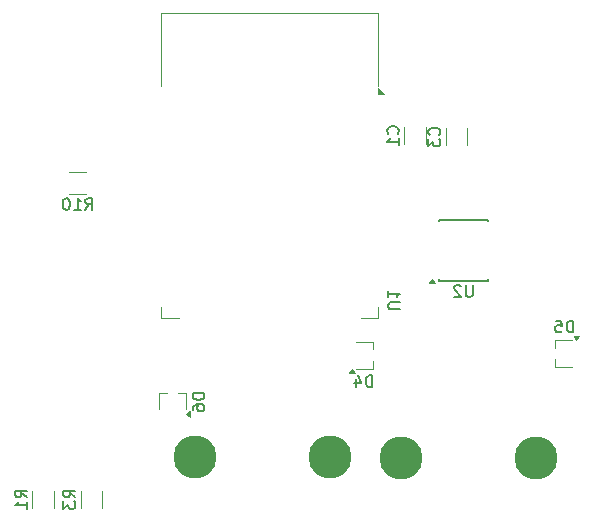
<source format=gbr>
%TF.GenerationSoftware,KiCad,Pcbnew,9.0.4*%
%TF.CreationDate,2025-09-12T08:49:21+02:00*%
%TF.ProjectId,inverter comms,696e7665-7274-4657-9220-636f6d6d732e,rev?*%
%TF.SameCoordinates,Original*%
%TF.FileFunction,Legend,Bot*%
%TF.FilePolarity,Positive*%
%FSLAX46Y46*%
G04 Gerber Fmt 4.6, Leading zero omitted, Abs format (unit mm)*
G04 Created by KiCad (PCBNEW 9.0.4) date 2025-09-12 08:49:21*
%MOMM*%
%LPD*%
G01*
G04 APERTURE LIST*
%ADD10C,0.150000*%
%ADD11C,0.120000*%
%ADD12C,3.650000*%
G04 APERTURE END LIST*
D10*
X147532680Y-84491904D02*
X146723157Y-84491904D01*
X146723157Y-84491904D02*
X146627919Y-84444285D01*
X146627919Y-84444285D02*
X146580300Y-84396666D01*
X146580300Y-84396666D02*
X146532680Y-84301428D01*
X146532680Y-84301428D02*
X146532680Y-84110952D01*
X146532680Y-84110952D02*
X146580300Y-84015714D01*
X146580300Y-84015714D02*
X146627919Y-83968095D01*
X146627919Y-83968095D02*
X146723157Y-83920476D01*
X146723157Y-83920476D02*
X147532680Y-83920476D01*
X146532680Y-82920476D02*
X146532680Y-83491904D01*
X146532680Y-83206190D02*
X147532680Y-83206190D01*
X147532680Y-83206190D02*
X147389823Y-83301428D01*
X147389823Y-83301428D02*
X147294585Y-83396666D01*
X147294585Y-83396666D02*
X147246966Y-83491904D01*
X153661904Y-82454819D02*
X153661904Y-83264342D01*
X153661904Y-83264342D02*
X153614285Y-83359580D01*
X153614285Y-83359580D02*
X153566666Y-83407200D01*
X153566666Y-83407200D02*
X153471428Y-83454819D01*
X153471428Y-83454819D02*
X153280952Y-83454819D01*
X153280952Y-83454819D02*
X153185714Y-83407200D01*
X153185714Y-83407200D02*
X153138095Y-83359580D01*
X153138095Y-83359580D02*
X153090476Y-83264342D01*
X153090476Y-83264342D02*
X153090476Y-82454819D01*
X152661904Y-82550057D02*
X152614285Y-82502438D01*
X152614285Y-82502438D02*
X152519047Y-82454819D01*
X152519047Y-82454819D02*
X152280952Y-82454819D01*
X152280952Y-82454819D02*
X152185714Y-82502438D01*
X152185714Y-82502438D02*
X152138095Y-82550057D01*
X152138095Y-82550057D02*
X152090476Y-82645295D01*
X152090476Y-82645295D02*
X152090476Y-82740533D01*
X152090476Y-82740533D02*
X152138095Y-82883390D01*
X152138095Y-82883390D02*
X152709523Y-83454819D01*
X152709523Y-83454819D02*
X152090476Y-83454819D01*
X120024819Y-100433333D02*
X119548628Y-100100000D01*
X120024819Y-99861905D02*
X119024819Y-99861905D01*
X119024819Y-99861905D02*
X119024819Y-100242857D01*
X119024819Y-100242857D02*
X119072438Y-100338095D01*
X119072438Y-100338095D02*
X119120057Y-100385714D01*
X119120057Y-100385714D02*
X119215295Y-100433333D01*
X119215295Y-100433333D02*
X119358152Y-100433333D01*
X119358152Y-100433333D02*
X119453390Y-100385714D01*
X119453390Y-100385714D02*
X119501009Y-100338095D01*
X119501009Y-100338095D02*
X119548628Y-100242857D01*
X119548628Y-100242857D02*
X119548628Y-99861905D01*
X119024819Y-100766667D02*
X119024819Y-101385714D01*
X119024819Y-101385714D02*
X119405771Y-101052381D01*
X119405771Y-101052381D02*
X119405771Y-101195238D01*
X119405771Y-101195238D02*
X119453390Y-101290476D01*
X119453390Y-101290476D02*
X119501009Y-101338095D01*
X119501009Y-101338095D02*
X119596247Y-101385714D01*
X119596247Y-101385714D02*
X119834342Y-101385714D01*
X119834342Y-101385714D02*
X119929580Y-101338095D01*
X119929580Y-101338095D02*
X119977200Y-101290476D01*
X119977200Y-101290476D02*
X120024819Y-101195238D01*
X120024819Y-101195238D02*
X120024819Y-100909524D01*
X120024819Y-100909524D02*
X119977200Y-100814286D01*
X119977200Y-100814286D02*
X119929580Y-100766667D01*
X147329580Y-69633333D02*
X147377200Y-69585714D01*
X147377200Y-69585714D02*
X147424819Y-69442857D01*
X147424819Y-69442857D02*
X147424819Y-69347619D01*
X147424819Y-69347619D02*
X147377200Y-69204762D01*
X147377200Y-69204762D02*
X147281961Y-69109524D01*
X147281961Y-69109524D02*
X147186723Y-69061905D01*
X147186723Y-69061905D02*
X146996247Y-69014286D01*
X146996247Y-69014286D02*
X146853390Y-69014286D01*
X146853390Y-69014286D02*
X146662914Y-69061905D01*
X146662914Y-69061905D02*
X146567676Y-69109524D01*
X146567676Y-69109524D02*
X146472438Y-69204762D01*
X146472438Y-69204762D02*
X146424819Y-69347619D01*
X146424819Y-69347619D02*
X146424819Y-69442857D01*
X146424819Y-69442857D02*
X146472438Y-69585714D01*
X146472438Y-69585714D02*
X146520057Y-69633333D01*
X147424819Y-70585714D02*
X147424819Y-70014286D01*
X147424819Y-70300000D02*
X146424819Y-70300000D01*
X146424819Y-70300000D02*
X146567676Y-70204762D01*
X146567676Y-70204762D02*
X146662914Y-70109524D01*
X146662914Y-70109524D02*
X146710533Y-70014286D01*
X115924819Y-100433333D02*
X115448628Y-100100000D01*
X115924819Y-99861905D02*
X114924819Y-99861905D01*
X114924819Y-99861905D02*
X114924819Y-100242857D01*
X114924819Y-100242857D02*
X114972438Y-100338095D01*
X114972438Y-100338095D02*
X115020057Y-100385714D01*
X115020057Y-100385714D02*
X115115295Y-100433333D01*
X115115295Y-100433333D02*
X115258152Y-100433333D01*
X115258152Y-100433333D02*
X115353390Y-100385714D01*
X115353390Y-100385714D02*
X115401009Y-100338095D01*
X115401009Y-100338095D02*
X115448628Y-100242857D01*
X115448628Y-100242857D02*
X115448628Y-99861905D01*
X115924819Y-101385714D02*
X115924819Y-100814286D01*
X115924819Y-101100000D02*
X114924819Y-101100000D01*
X114924819Y-101100000D02*
X115067676Y-101004762D01*
X115067676Y-101004762D02*
X115162914Y-100909524D01*
X115162914Y-100909524D02*
X115210533Y-100814286D01*
X145188094Y-91104819D02*
X145188094Y-90104819D01*
X145188094Y-90104819D02*
X144949999Y-90104819D01*
X144949999Y-90104819D02*
X144807142Y-90152438D01*
X144807142Y-90152438D02*
X144711904Y-90247676D01*
X144711904Y-90247676D02*
X144664285Y-90342914D01*
X144664285Y-90342914D02*
X144616666Y-90533390D01*
X144616666Y-90533390D02*
X144616666Y-90676247D01*
X144616666Y-90676247D02*
X144664285Y-90866723D01*
X144664285Y-90866723D02*
X144711904Y-90961961D01*
X144711904Y-90961961D02*
X144807142Y-91057200D01*
X144807142Y-91057200D02*
X144949999Y-91104819D01*
X144949999Y-91104819D02*
X145188094Y-91104819D01*
X143759523Y-90438152D02*
X143759523Y-91104819D01*
X143997618Y-90057200D02*
X144235713Y-90771485D01*
X144235713Y-90771485D02*
X143616666Y-90771485D01*
X130954819Y-91611905D02*
X129954819Y-91611905D01*
X129954819Y-91611905D02*
X129954819Y-91850000D01*
X129954819Y-91850000D02*
X130002438Y-91992857D01*
X130002438Y-91992857D02*
X130097676Y-92088095D01*
X130097676Y-92088095D02*
X130192914Y-92135714D01*
X130192914Y-92135714D02*
X130383390Y-92183333D01*
X130383390Y-92183333D02*
X130526247Y-92183333D01*
X130526247Y-92183333D02*
X130716723Y-92135714D01*
X130716723Y-92135714D02*
X130811961Y-92088095D01*
X130811961Y-92088095D02*
X130907200Y-91992857D01*
X130907200Y-91992857D02*
X130954819Y-91850000D01*
X130954819Y-91850000D02*
X130954819Y-91611905D01*
X129954819Y-93040476D02*
X129954819Y-92850000D01*
X129954819Y-92850000D02*
X130002438Y-92754762D01*
X130002438Y-92754762D02*
X130050057Y-92707143D01*
X130050057Y-92707143D02*
X130192914Y-92611905D01*
X130192914Y-92611905D02*
X130383390Y-92564286D01*
X130383390Y-92564286D02*
X130764342Y-92564286D01*
X130764342Y-92564286D02*
X130859580Y-92611905D01*
X130859580Y-92611905D02*
X130907200Y-92659524D01*
X130907200Y-92659524D02*
X130954819Y-92754762D01*
X130954819Y-92754762D02*
X130954819Y-92945238D01*
X130954819Y-92945238D02*
X130907200Y-93040476D01*
X130907200Y-93040476D02*
X130859580Y-93088095D01*
X130859580Y-93088095D02*
X130764342Y-93135714D01*
X130764342Y-93135714D02*
X130526247Y-93135714D01*
X130526247Y-93135714D02*
X130431009Y-93088095D01*
X130431009Y-93088095D02*
X130383390Y-93040476D01*
X130383390Y-93040476D02*
X130335771Y-92945238D01*
X130335771Y-92945238D02*
X130335771Y-92754762D01*
X130335771Y-92754762D02*
X130383390Y-92659524D01*
X130383390Y-92659524D02*
X130431009Y-92611905D01*
X130431009Y-92611905D02*
X130526247Y-92564286D01*
X162188094Y-86454819D02*
X162188094Y-85454819D01*
X162188094Y-85454819D02*
X161949999Y-85454819D01*
X161949999Y-85454819D02*
X161807142Y-85502438D01*
X161807142Y-85502438D02*
X161711904Y-85597676D01*
X161711904Y-85597676D02*
X161664285Y-85692914D01*
X161664285Y-85692914D02*
X161616666Y-85883390D01*
X161616666Y-85883390D02*
X161616666Y-86026247D01*
X161616666Y-86026247D02*
X161664285Y-86216723D01*
X161664285Y-86216723D02*
X161711904Y-86311961D01*
X161711904Y-86311961D02*
X161807142Y-86407200D01*
X161807142Y-86407200D02*
X161949999Y-86454819D01*
X161949999Y-86454819D02*
X162188094Y-86454819D01*
X160711904Y-85454819D02*
X161188094Y-85454819D01*
X161188094Y-85454819D02*
X161235713Y-85931009D01*
X161235713Y-85931009D02*
X161188094Y-85883390D01*
X161188094Y-85883390D02*
X161092856Y-85835771D01*
X161092856Y-85835771D02*
X160854761Y-85835771D01*
X160854761Y-85835771D02*
X160759523Y-85883390D01*
X160759523Y-85883390D02*
X160711904Y-85931009D01*
X160711904Y-85931009D02*
X160664285Y-86026247D01*
X160664285Y-86026247D02*
X160664285Y-86264342D01*
X160664285Y-86264342D02*
X160711904Y-86359580D01*
X160711904Y-86359580D02*
X160759523Y-86407200D01*
X160759523Y-86407200D02*
X160854761Y-86454819D01*
X160854761Y-86454819D02*
X161092856Y-86454819D01*
X161092856Y-86454819D02*
X161188094Y-86407200D01*
X161188094Y-86407200D02*
X161235713Y-86359580D01*
X150829580Y-69733333D02*
X150877200Y-69685714D01*
X150877200Y-69685714D02*
X150924819Y-69542857D01*
X150924819Y-69542857D02*
X150924819Y-69447619D01*
X150924819Y-69447619D02*
X150877200Y-69304762D01*
X150877200Y-69304762D02*
X150781961Y-69209524D01*
X150781961Y-69209524D02*
X150686723Y-69161905D01*
X150686723Y-69161905D02*
X150496247Y-69114286D01*
X150496247Y-69114286D02*
X150353390Y-69114286D01*
X150353390Y-69114286D02*
X150162914Y-69161905D01*
X150162914Y-69161905D02*
X150067676Y-69209524D01*
X150067676Y-69209524D02*
X149972438Y-69304762D01*
X149972438Y-69304762D02*
X149924819Y-69447619D01*
X149924819Y-69447619D02*
X149924819Y-69542857D01*
X149924819Y-69542857D02*
X149972438Y-69685714D01*
X149972438Y-69685714D02*
X150020057Y-69733333D01*
X149924819Y-70066667D02*
X149924819Y-70685714D01*
X149924819Y-70685714D02*
X150305771Y-70352381D01*
X150305771Y-70352381D02*
X150305771Y-70495238D01*
X150305771Y-70495238D02*
X150353390Y-70590476D01*
X150353390Y-70590476D02*
X150401009Y-70638095D01*
X150401009Y-70638095D02*
X150496247Y-70685714D01*
X150496247Y-70685714D02*
X150734342Y-70685714D01*
X150734342Y-70685714D02*
X150829580Y-70638095D01*
X150829580Y-70638095D02*
X150877200Y-70590476D01*
X150877200Y-70590476D02*
X150924819Y-70495238D01*
X150924819Y-70495238D02*
X150924819Y-70209524D01*
X150924819Y-70209524D02*
X150877200Y-70114286D01*
X150877200Y-70114286D02*
X150829580Y-70066667D01*
X120880357Y-76084819D02*
X121213690Y-75608628D01*
X121451785Y-76084819D02*
X121451785Y-75084819D01*
X121451785Y-75084819D02*
X121070833Y-75084819D01*
X121070833Y-75084819D02*
X120975595Y-75132438D01*
X120975595Y-75132438D02*
X120927976Y-75180057D01*
X120927976Y-75180057D02*
X120880357Y-75275295D01*
X120880357Y-75275295D02*
X120880357Y-75418152D01*
X120880357Y-75418152D02*
X120927976Y-75513390D01*
X120927976Y-75513390D02*
X120975595Y-75561009D01*
X120975595Y-75561009D02*
X121070833Y-75608628D01*
X121070833Y-75608628D02*
X121451785Y-75608628D01*
X119927976Y-76084819D02*
X120499404Y-76084819D01*
X120213690Y-76084819D02*
X120213690Y-75084819D01*
X120213690Y-75084819D02*
X120308928Y-75227676D01*
X120308928Y-75227676D02*
X120404166Y-75322914D01*
X120404166Y-75322914D02*
X120499404Y-75370533D01*
X119308928Y-75084819D02*
X119213690Y-75084819D01*
X119213690Y-75084819D02*
X119118452Y-75132438D01*
X119118452Y-75132438D02*
X119070833Y-75180057D01*
X119070833Y-75180057D02*
X119023214Y-75275295D01*
X119023214Y-75275295D02*
X118975595Y-75465771D01*
X118975595Y-75465771D02*
X118975595Y-75703866D01*
X118975595Y-75703866D02*
X119023214Y-75894342D01*
X119023214Y-75894342D02*
X119070833Y-75989580D01*
X119070833Y-75989580D02*
X119118452Y-76037200D01*
X119118452Y-76037200D02*
X119213690Y-76084819D01*
X119213690Y-76084819D02*
X119308928Y-76084819D01*
X119308928Y-76084819D02*
X119404166Y-76037200D01*
X119404166Y-76037200D02*
X119451785Y-75989580D01*
X119451785Y-75989580D02*
X119499404Y-75894342D01*
X119499404Y-75894342D02*
X119547023Y-75703866D01*
X119547023Y-75703866D02*
X119547023Y-75465771D01*
X119547023Y-75465771D02*
X119499404Y-75275295D01*
X119499404Y-75275295D02*
X119451785Y-75180057D01*
X119451785Y-75180057D02*
X119404166Y-75132438D01*
X119404166Y-75132438D02*
X119308928Y-75084819D01*
D11*
%TO.C,U1*%
X127287500Y-59430000D02*
X127287500Y-65630000D01*
X127287500Y-85280000D02*
X127287500Y-84280000D01*
X127287500Y-85280000D02*
X128787500Y-85280000D01*
X145687500Y-59430000D02*
X127287500Y-59430000D01*
X145687500Y-59430000D02*
X145687500Y-65630000D01*
X145687500Y-84280000D02*
X145687500Y-85280000D01*
X145687500Y-85280000D02*
X144187500Y-85280000D01*
X146187500Y-66305000D02*
X145687500Y-66305000D01*
X145687500Y-65805000D01*
X146187500Y-66305000D01*
G36*
X146187500Y-66305000D02*
G01*
X145687500Y-66305000D01*
X145687500Y-65805000D01*
X146187500Y-66305000D01*
G37*
D10*
%TO.C,U2*%
X150825000Y-76925000D02*
X154975000Y-76925000D01*
X150825000Y-77025000D02*
X150825000Y-76925000D01*
X150825000Y-82075000D02*
X150825000Y-81975000D01*
X150825000Y-82075000D02*
X154975000Y-82075000D01*
X154975000Y-76925000D02*
X154975000Y-77025000D01*
X154975000Y-82075000D02*
X154975000Y-81975000D01*
D11*
X150465000Y-82305000D02*
X149985000Y-82305000D01*
X150225000Y-81975000D01*
X150465000Y-82305000D01*
G36*
X150465000Y-82305000D02*
G01*
X149985000Y-82305000D01*
X150225000Y-81975000D01*
X150465000Y-82305000D01*
G37*
%TO.C,R3*%
X120490000Y-99872936D02*
X120490000Y-101327064D01*
X122310000Y-99872936D02*
X122310000Y-101327064D01*
%TO.C,C1*%
X147890000Y-69072936D02*
X147890000Y-70527064D01*
X149710000Y-69072936D02*
X149710000Y-70527064D01*
%TO.C,R1*%
X116390000Y-99872936D02*
X116390000Y-101327064D01*
X118210000Y-99872936D02*
X118210000Y-101327064D01*
%TO.C,D4*%
X143820000Y-87240000D02*
X145230000Y-87240000D01*
X143820000Y-89560000D02*
X145230000Y-89560000D01*
X145230000Y-87900000D02*
X145230000Y-87240000D01*
X145230000Y-89560000D02*
X145230000Y-88900000D01*
X143690000Y-89870000D02*
X143210000Y-89870000D01*
X143450000Y-89540000D01*
X143690000Y-89870000D01*
G36*
X143690000Y-89870000D02*
G01*
X143210000Y-89870000D01*
X143450000Y-89540000D01*
X143690000Y-89870000D01*
G37*
%TO.C,D6*%
X127090000Y-92980000D02*
X127090000Y-91570000D01*
X127750000Y-91570000D02*
X127090000Y-91570000D01*
X129410000Y-91570000D02*
X128750000Y-91570000D01*
X129410000Y-92980000D02*
X129410000Y-91570000D01*
X129720000Y-93590000D02*
X129390000Y-93350000D01*
X129720000Y-93110000D01*
X129720000Y-93590000D01*
G36*
X129720000Y-93590000D02*
G01*
X129390000Y-93350000D01*
X129720000Y-93110000D01*
X129720000Y-93590000D01*
G37*
%TO.C,D5*%
X160670000Y-87090000D02*
X160670000Y-87750000D01*
X160670000Y-88750000D02*
X160670000Y-89410000D01*
X162080000Y-87090000D02*
X160670000Y-87090000D01*
X162080000Y-89410000D02*
X160670000Y-89410000D01*
X162450000Y-87110000D02*
X162210000Y-86780000D01*
X162690000Y-86780000D01*
X162450000Y-87110000D01*
G36*
X162450000Y-87110000D02*
G01*
X162210000Y-86780000D01*
X162690000Y-86780000D01*
X162450000Y-87110000D01*
G37*
%TO.C,C3*%
X151390000Y-69172936D02*
X151390000Y-70627064D01*
X153210000Y-69172936D02*
X153210000Y-70627064D01*
%TO.C,R10*%
X119510436Y-72890000D02*
X120964564Y-72890000D01*
X119510436Y-74710000D02*
X120964564Y-74710000D01*
%TD*%
D12*
%TO.C,J1*%
X147600000Y-97100000D03*
X159030000Y-97100000D03*
%TD*%
%TO.C,J2*%
X130170000Y-97000000D03*
X141600000Y-97000000D03*
%TD*%
M02*

</source>
